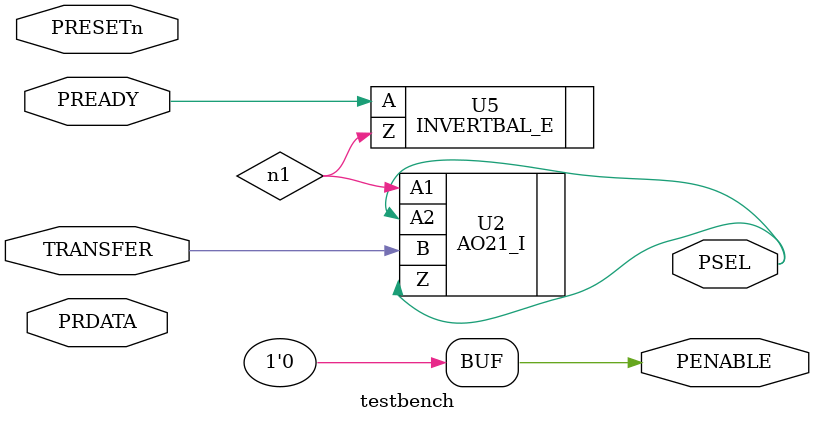
<source format=v>

module testbench ( PRESETn, TRANSFER, PREADY, PRDATA, PSEL, PENABLE );
  input [31:0] PRDATA;
  input PRESETn, TRANSFER, PREADY;
  output PSEL, PENABLE;
  wire   n1;
  assign PENABLE = 1'b0;

  AO21_I U2 ( .A1(n1), .A2(PSEL), .B(TRANSFER), .Z(PSEL) );
  INVERTBAL_E U5 ( .A(PREADY), .Z(n1) );
endmodule


</source>
